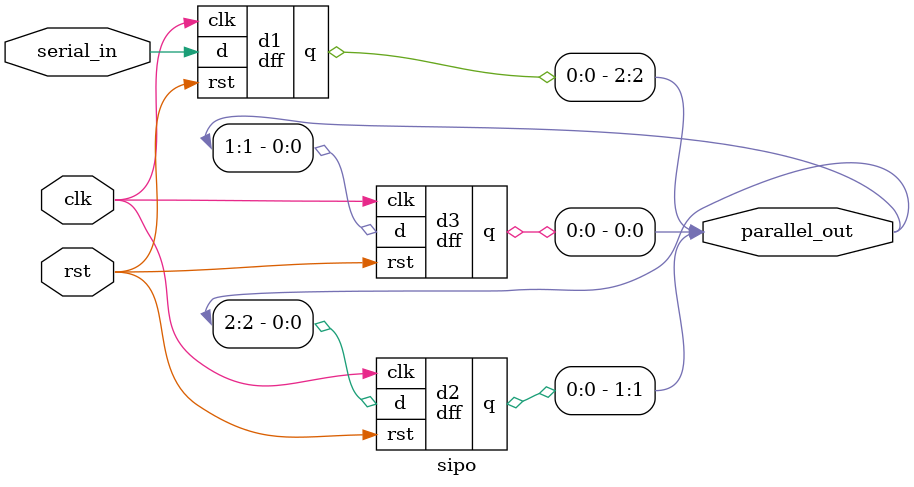
<source format=v>
module dff(clk,rst,d,q);
input clk, rst,d;
output reg q;

always @(posedge clk)
begin
if(rst)
q <= 1'b0;
else
q <=d;
end
endmodule

module sipo(clk,rst,serial_in,parallel_out);
input clk,rst,serial_in;
output [2:0]parallel_out;

dff d1(clk,rst,serial_in,parallel_out[2]);
dff d2(clk,rst,parallel_out[2],parallel_out[1]);
dff d3(clk,rst,parallel_out[1],parallel_out[0]);

endmodule

</source>
